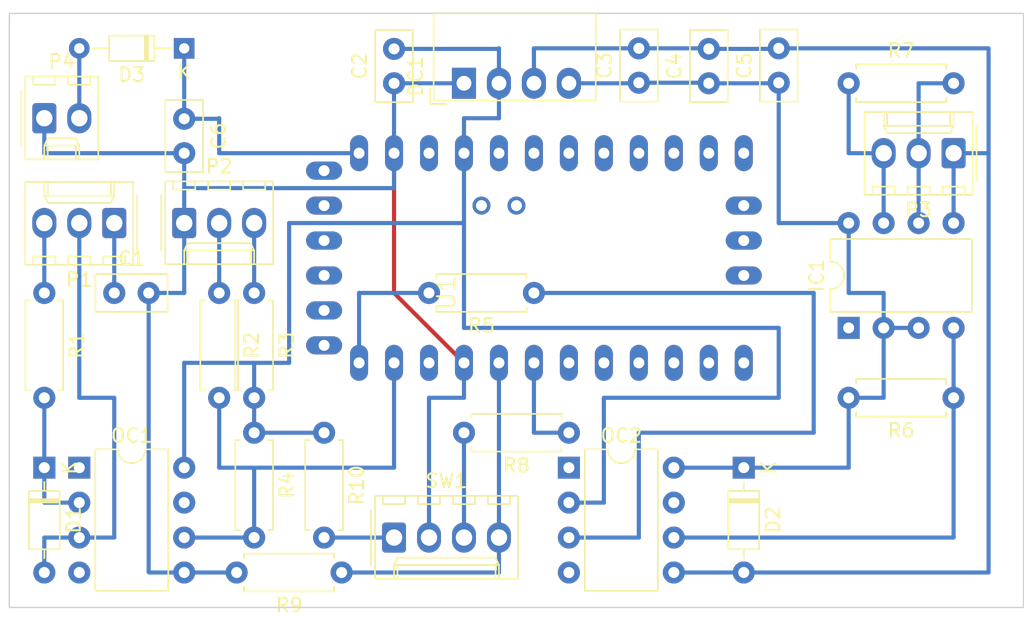
<source format=kicad_pcb>
(kicad_pcb (version 20221018) (generator pcbnew)
  (title_block (title "midi2dmx") (date "2023-11-21") (rev "1.0") (company "Christian Neukam"))
  (layers (0 "F.Cu" signal) (1 "In1.Cu" signal) (2 "In2.Cu" signal) (31 "B.Cu" signal) (34 "B.Paste" user) (35 "F.Paste" user) (36 "B.SilkS" user "B.Silkscreen") (37 "F.SilkS" user "F.Silkscreen") (38 "B.Mask" user) (39 "F.Mask" user) (44 "Edge.Cuts" user))
  (net 0 "")
  (net 1 "Net-(C1-Pad1)")
  (net 2 "GND")
  (net 3 "VCC")
  (net 4 "+5V")
  (net 5 "GND2")
  (net 6 "Net-(D3-K)")
  (net 7 "Net-(D1-K)")
  (net 8 "Net-(D1-A)")
  (net 9 "Net-(D3-A)")
  (net 11 "Net-(IC1-DI)")
  (net 12 "Net-(IC1-A)")
  (net 13 "Net-(IC1-B)")
  (net 15 "Net-(OC1-VO)")
  (net 18 "Net-(OC2-C)")
  (net 20 "Net-(P1-Pad4)")
  (net 21 "Net-(P2-Pad5)")
  (net 22 "Net-(P2-Pad4)")
  (net 23 "Net-(U1-TX0_D1)")
  (net 24 "Net-(U1-D3)")
  (net 25 "Net-(SW1-K)")
  (net 26 "Net-(SW1-A)")
  (net 27 "Net-(R10-Pad2)")
  (footprint "Diode_THT:D_DO-35_SOD27_P7.62mm_Horizontal" (layer "F.Cu") (at 66.04 149.86 -90)
    (fp_text reference "D1" (at 3.81 -2.12 90) (layer "F.SilkS"))
    (fp_text value "1N914")
    (fp_text user "K" (at 0 -1.8 90) (layer "F.SilkS"))
    (pad "1" thru_hole rect (at 0 0 270) (size 1.6 1.6) (drill 0.8) (layers "*.Cu" "*.Mask") (net 7 "Net-(D1-K)"))
    (pad "2" thru_hole oval (at 7.62 0 270) (size 1.6 1.6) (drill 0.8) (layers "*.Cu" "*.Mask") (net 8 "Net-(D1-A)"))
  )
  (footprint "Resistor_THT:R_Axial_DIN0207_L6.3mm_D2.5mm_P7.62mm_Horizontal" (layer "F.Cu") (at 86.36 147.32 -90)
    (fp_text reference "R10" (at 3.81 -2.37 90) (layer "F.SilkS"))
    (fp_text value "270")
    (pad "1" thru_hole circle (at 0 0 270) (size 1.6 1.6) (drill 0.8) (layers "*.Cu" "*.Mask") (net 3 "VCC"))
    (pad "2" thru_hole oval (at 7.62 0 270) (size 1.6 1.6) (drill 0.8) (layers "*.Cu" "*.Mask") (net 27 "Net-(R10-Pad2)"))
  )
  (footprint "Resistor_THT:R_Axial_DIN0207_L6.3mm_D2.5mm_P7.62mm_Horizontal" (layer "F.Cu") (at 101.6 137.16 180)
    (fp_text reference "R5" (at 3.81 -2.37) (layer "F.SilkS"))
    (fp_text value "470")
    (pad "1" thru_hole circle (at 0 0 180) (size 1.6 1.6) (drill 0.8) (layers "*.Cu" "*.Mask") (net 18 "Net-(OC2-C)"))
    (pad "2" thru_hole oval (at 7.62 0 180) (size 1.6 1.6) (drill 0.8) (layers "*.Cu" "*.Mask") (net 23 "Net-(U1-TX0_D1)"))
  )
  (footprint "Resistor_THT:R_Axial_DIN0207_L6.3mm_D2.5mm_P7.62mm_Horizontal" (layer "F.Cu") (at 132.08 144.78 180)
    (fp_text reference "R6" (at 3.81 -2.37) (layer "F.SilkS"))
    (fp_text value "4.7k")
    (pad "1" thru_hole circle (at 0 0 180) (size 1.6 1.6) (drill 0.8) (layers "*.Cu" "*.Mask") (net 11 "Net-(IC1-DI)"))
    (pad "2" thru_hole oval (at 7.62 0 180) (size 1.6 1.6) (drill 0.8) (layers "*.Cu" "*.Mask") (net 4 "+5V"))
  )
  (footprint "Converter_DCDC:Converter_DCDC_Murata_MEE1SxxxxSC_THT" (layer "F.Cu") (at 96.52 121.92 90)
    (fp_text reference "DC1" (at 0.5 -3.5 90) (layer "F.SilkS"))
    (fp_text value "NME0505SC")
    (pad "1" thru_hole rect (at 0 0) (size 1.75 2.25) (drill 1.075) (layers "*.Cu" "*.Mask") (net 2 "GND"))
    (pad "2" thru_hole oval (at 0 2.54) (size 1.75 2.25) (drill 1.075) (layers "*.Cu" "*.Mask") (net 3 "VCC"))
    (pad "3" thru_hole oval (at 0 5.08) (size 1.75 2.25) (drill 1.075) (layers "*.Cu" "*.Mask") (net 5 "GND2"))
    (pad "4" thru_hole oval (at 0 7.62) (size 1.75 2.25) (drill 1.075) (layers "*.Cu" "*.Mask") (net 4 "+5V"))
  )
  (footprint "Connector_Molex:Molex_KK-254_AE-6410-02A_1x02_P2.54mm_Vertical" (layer "F.Cu") (at 66.04 124.46)
    (fp_text reference "P4" (at 1.27 -4.12) (layer "F.SilkS"))
    (fp_text value "9V Power")
    (pad "1" thru_hole roundrect (at 0 0) (size 1.74 2.19) (drill 1.19) (layers "*.Cu" "*.Mask") (roundrect_rratio 0.1436781609) (net 2 "GND"))
    (pad "2" thru_hole oval (at 2.54 0) (size 1.74 2.19) (drill 1.19) (layers "*.Cu" "*.Mask") (net 9 "Net-(D3-A)"))
  )
  (footprint "Resistor_THT:R_Axial_DIN0207_L6.3mm_D2.5mm_P7.62mm_Horizontal" (layer "F.Cu") (at 81.28 147.32 -90)
    (fp_text reference "R4" (at 3.81 -2.37 90) (layer "F.SilkS"))
    (fp_text value "10k")
    (pad "1" thru_hole circle (at 0 0 270) (size 1.6 1.6) (drill 0.8) (layers "*.Cu" "*.Mask") (net 3 "VCC"))
    (pad "2" thru_hole oval (at 7.62 0 270) (size 1.6 1.6) (drill 0.8) (layers "*.Cu" "*.Mask") (net 15 "Net-(OC1-VO)"))
  )
  (footprint "Connector_Molex:Molex_KK-254_AE-6410-03A_1x03_P2.54mm_Vertical" (layer "F.Cu") (at 71.12 132.08 180)
    (fp_text reference "P1" (at 2.54 -4.12) (layer "F.SilkS"))
    (fp_text value "MIDI Input")
    (pad "1" thru_hole roundrect (at 0 0 180) (size 1.74 2.19) (drill 1.19) (layers "*.Cu" "*.Mask") (roundrect_rratio 0.1436781609) (net 1 "Net-(C1-Pad1)"))
    (pad "2" thru_hole oval (at 2.54 0 180) (size 1.74 2.19) (drill 1.19) (layers "*.Cu" "*.Mask") (net 8 "Net-(D1-A)"))
    (pad "3" thru_hole oval (at 5.08 0 180) (size 1.74 2.19) (drill 1.19) (layers "*.Cu" "*.Mask") (net 20 "Net-(P1-Pad4)"))
  )
  (footprint "Capacitor_THT:C_Disc_D5.0mm_W2.5mm_P2.50mm" (layer "F.Cu") (at 71.12 137.16)
    (fp_text reference "C1" (at 1.25 -2.5) (layer "F.SilkS"))
    (fp_text value "100n")
    (pad "1" thru_hole circle (at 0 0) (size 1.6 1.6) (drill 0.8) (layers "*.Cu" "*.Mask") (net 1 "Net-(C1-Pad1)"))
    (pad "2" thru_hole circle (at 2.5 0) (size 1.6 1.6) (drill 0.8) (layers "*.Cu" "*.Mask") (net 2 "GND"))
  )
  (footprint "Resistor_THT:R_Axial_DIN0207_L6.3mm_D2.5mm_P7.62mm_Horizontal" (layer "F.Cu") (at 81.28 137.16 -90)
    (fp_text reference "R3" (at 3.81 -2.37 90) (layer "F.SilkS"))
    (fp_text value "220")
    (pad "1" thru_hole circle (at 0 0 270) (size 1.6 1.6) (drill 0.8) (layers "*.Cu" "*.Mask") (net 22 "Net-(P2-Pad4)"))
    (pad "2" thru_hole oval (at 7.62 0 270) (size 1.6 1.6) (drill 0.8) (layers "*.Cu" "*.Mask") (net 3 "VCC"))
  )
  (footprint "Package_DIP:DIP-8_W7.62mm" (layer "F.Cu") (at 124.46 139.7 90)
    (fp_text reference "IC1" (at 3.81 -2.33 90) (layer "F.SilkS"))
    (fp_text value "MAX485E")
    (pad "1" thru_hole rect (at 0 0 90) (size 1.6 1.6) (drill 0.8) (layers "*.Cu" "*.Mask"))
    (pad "2" thru_hole oval (at 0 2.54 90) (size 1.6 1.6) (drill 0.8) (layers "*.Cu" "*.Mask") (net 4 "+5V"))
    (pad "3" thru_hole oval (at 0 5.08 90) (size 1.6 1.6) (drill 0.8) (layers "*.Cu" "*.Mask") (net 4 "+5V"))
    (pad "4" thru_hole oval (at 0 7.62 90) (size 1.6 1.6) (drill 0.8) (layers "*.Cu" "*.Mask") (net 11 "Net-(IC1-DI)"))
    (pad "5" thru_hole oval (at 7.62 7.62 90) (size 1.6 1.6) (drill 0.8) (layers "*.Cu" "*.Mask") (net 5 "GND2"))
    (pad "6" thru_hole oval (at 7.62 5.08 90) (size 1.6 1.6) (drill 0.8) (layers "*.Cu" "*.Mask") (net 12 "Net-(IC1-A)"))
    (pad "7" thru_hole oval (at 7.62 2.54 90) (size 1.6 1.6) (drill 0.8) (layers "*.Cu" "*.Mask") (net 13 "Net-(IC1-B)"))
    (pad "8" thru_hole oval (at 7.62 0 90) (size 1.6 1.6) (drill 0.8) (layers "*.Cu" "*.Mask") (net 4 "+5V"))
  )
  (footprint "Connector_Molex:Molex_KK-254_AE-6410-03A_1x03_P2.54mm_Vertical" (layer "F.Cu") (at 132.08 127 180)
    (fp_text reference "P3" (at 2.54 -4.12) (layer "F.SilkS"))
    (fp_text value "DMX Out")
    (pad "1" thru_hole roundrect (at 0 0 180) (size 1.74 2.19) (drill 1.19) (layers "*.Cu" "*.Mask") (roundrect_rratio 0.1436781609) (net 5 "GND2"))
    (pad "2" thru_hole oval (at 2.54 0 180) (size 1.74 2.19) (drill 1.19) (layers "*.Cu" "*.Mask") (net 12 "Net-(IC1-A)"))
    (pad "3" thru_hole oval (at 5.08 0 180) (size 1.74 2.19) (drill 1.19) (layers "*.Cu" "*.Mask") (net 13 "Net-(IC1-B)"))
  )
  (footprint "Capacitor_THT:C_Disc_D5.0mm_W2.5mm_P2.50mm" (layer "F.Cu") (at 119.38 121.88 90)
    (fp_text reference "C5" (at 1.25 -2.5 90) (layer "F.SilkS"))
    (fp_text value "100n")
    (pad "1" thru_hole circle (at 0 0 90) (size 1.6 1.6) (drill 0.8) (layers "*.Cu" "*.Mask") (net 4 "+5V"))
    (pad "2" thru_hole circle (at 2.5 0 90) (size 1.6 1.6) (drill 0.8) (layers "*.Cu" "*.Mask") (net 5 "GND2"))
  )
  (footprint "Capacitor_THT:C_Disc_D5.0mm_W2.5mm_P2.50mm" (layer "F.Cu") (at 76.2 124.5 -90)
    (fp_text reference "C6" (at 1.25 -2.5 90) (layer "F.SilkS"))
    (fp_text value "100n")
    (pad "1" thru_hole circle (at 0 0 270) (size 1.6 1.6) (drill 0.8) (layers "*.Cu" "*.Mask") (net 6 "Net-(D3-K)"))
    (pad "2" thru_hole circle (at 2.5 0 270) (size 1.6 1.6) (drill 0.8) (layers "*.Cu" "*.Mask") (net 2 "GND"))
  )
  (footprint "Package_DIP:DIP-8_W7.62mm" (layer "F.Cu") (at 68.58 149.86)
    (fp_text reference "OC1" (at 3.81 -2.33) (layer "F.SilkS"))
    (fp_text value "6N137")
    (pad "1" thru_hole rect (at 0 0) (size 1.6 1.6) (drill 0.8) (layers "*.Cu" "*.Mask"))
    (pad "2" thru_hole oval (at 0 2.54) (size 1.6 1.6) (drill 0.8) (layers "*.Cu" "*.Mask") (net 7 "Net-(D1-K)"))
    (pad "3" thru_hole oval (at 0 5.08) (size 1.6 1.6) (drill 0.8) (layers "*.Cu" "*.Mask") (net 8 "Net-(D1-A)"))
    (pad "4" thru_hole oval (at 0 7.62) (size 1.6 1.6) (drill 0.8) (layers "*.Cu" "*.Mask"))
    (pad "5" thru_hole oval (at 7.62 7.62) (size 1.6 1.6) (drill 0.8) (layers "*.Cu" "*.Mask") (net 2 "GND"))
    (pad "6" thru_hole oval (at 7.62 5.08) (size 1.6 1.6) (drill 0.8) (layers "*.Cu" "*.Mask") (net 15 "Net-(OC1-VO)"))
    (pad "7" thru_hole oval (at 7.62 2.54) (size 1.6 1.6) (drill 0.8) (layers "*.Cu" "*.Mask"))
    (pad "8" thru_hole oval (at 7.62 0) (size 1.6 1.6) (drill 0.8) (layers "*.Cu" "*.Mask") (net 3 "VCC"))
  )
  (footprint "Resistor_THT:R_Axial_DIN0207_L6.3mm_D2.5mm_P7.62mm_Horizontal" (layer "F.Cu") (at 66.04 137.16 -90)
    (fp_text reference "R1" (at 3.81 -2.37 90) (layer "F.SilkS"))
    (fp_text value "220")
    (pad "1" thru_hole circle (at 0 0 270) (size 1.6 1.6) (drill 0.8) (layers "*.Cu" "*.Mask") (net 20 "Net-(P1-Pad4)"))
    (pad "2" thru_hole oval (at 7.62 0 270) (size 1.6 1.6) (drill 0.8) (layers "*.Cu" "*.Mask") (net 7 "Net-(D1-K)"))
  )
  (footprint "Connector_Molex:Molex_KK-254_AE-6410-03A_1x03_P2.54mm_Vertical" (layer "F.Cu") (at 76.2 132.08)
    (fp_text reference "P2" (at 2.54 -4.12) (layer "F.SilkS"))
    (fp_text value "MIDI Through")
    (pad "1" thru_hole roundrect (at 0 0) (size 1.74 2.19) (drill 1.19) (layers "*.Cu" "*.Mask") (roundrect_rratio 0.1436781609) (net 2 "GND"))
    (pad "2" thru_hole oval (at 2.54 0) (size 1.74 2.19) (drill 1.19) (layers "*.Cu" "*.Mask") (net 21 "Net-(P2-Pad5)"))
    (pad "3" thru_hole oval (at 5.08 0) (size 1.74 2.19) (drill 1.19) (layers "*.Cu" "*.Mask") (net 22 "Net-(P2-Pad4)"))
  )
  (footprint "Diode_THT:D_DO-34_SOD68_P7.62mm_Horizontal" (layer "F.Cu") (at 76.2 119.38 180)
    (fp_text reference "D3" (at 3.81 -1.92) (layer "F.SilkS"))
    (fp_text value "1N5818")
    (fp_text user "K" (at 0 -1.75) (layer "F.SilkS"))
    (pad "1" thru_hole rect (at 0 0 180) (size 1.5 1.5) (drill 0.75) (layers "*.Cu" "*.Mask") (net 6 "Net-(D3-K)"))
    (pad "2" thru_hole oval (at 7.62 0 180) (size 1.5 1.5) (drill 0.75) (layers "*.Cu" "*.Mask") (net 9 "Net-(D3-A)"))
  )
  (footprint "Resistor_THT:R_Axial_DIN0207_L6.3mm_D2.5mm_P7.62mm_Horizontal" (layer "F.Cu") (at 124.46 121.92)
    (fp_text reference "R7" (at 3.81 -2.37) (layer "F.SilkS"))
    (fp_text value "120")
    (pad "1" thru_hole circle (at 0 0) (size 1.6 1.6) (drill 0.8) (layers "*.Cu" "*.Mask") (net 13 "Net-(IC1-B)"))
    (pad "2" thru_hole oval (at 7.62 0) (size 1.6 1.6) (drill 0.8) (layers "*.Cu" "*.Mask") (net 12 "Net-(IC1-A)"))
  )
  (footprint "Connector_Molex:Molex_KK-254_AE-6410-04A_1x04_P2.54mm_Vertical" (layer "F.Cu") (at 91.44 154.94)
    (fp_text reference "SW1" (at 3.81 -4.12) (layer "F.SilkS"))
    (fp_text value "SW_LED_blue")
    (pad "1" thru_hole roundrect (at 0 0) (size 1.74 2.19) (drill 1.19) (layers "*.Cu" "*.Mask") (roundrect_rratio 0.1436781609) (net 27 "Net-(R10-Pad2)"))
    (pad "2" thru_hole oval (at 2.54 0) (size 1.74 2.19) (drill 1.19) (layers "*.Cu" "*.Mask") (net 2 "GND"))
    (pad "3" thru_hole oval (at 5.08 0) (size 1.74 2.19) (drill 1.19) (layers "*.Cu" "*.Mask") (net 25 "Net-(SW1-K)"))
    (pad "4" thru_hole oval (at 7.62 0) (size 1.74 2.19) (drill 1.19) (layers "*.Cu" "*.Mask") (net 26 "Net-(SW1-A)"))
  )
  (footprint "Arduino-clone:ABK-PRO-MINI" (layer "F.Cu") (at 95.25 137.16 90)
    (fp_text reference "U1" (at 0 0 90) (layer "F.SilkS") (effects (font (size 1.27 1.27))))
    (fp_text value "ProMini")
    (pad "A0" thru_hole oval (at 10.16 3.81 270) (size 2.616 1.308) (drill 0.8) (layers "*.Cu" "*.Mask"))
    (pad "A1" thru_hole oval (at 10.16 6.35 270) (size 2.616 1.308) (drill 0.8) (layers "*.Cu" "*.Mask"))
    (pad "A2" thru_hole oval (at 10.16 8.89 270) (size 2.616 1.308) (drill 0.8) (layers "*.Cu" "*.Mask"))
    (pad "A3" thru_hole oval (at 10.16 11.43 270) (size 2.616 1.308) (drill 0.8) (layers "*.Cu" "*.Mask"))
    (pad "A4" thru_hole circle (at 6.35 5.08) (size 1.308 1.308) (drill 0.8) (layers "*.Cu" "*.Mask"))
    (pad "A5" thru_hole circle (at 6.35 2.54) (size 1.308 1.308) (drill 0.8) (layers "*.Cu" "*.Mask"))
    (pad "A6" thru_hole oval (at 3.81 21.59) (size 2.616 1.308) (drill 0.8) (layers "*.Cu" "*.Mask"))
    (pad "A7" thru_hole oval (at 6.35 21.59) (size 2.616 1.308) (drill 0.8) (layers "*.Cu" "*.Mask"))
    (pad "D2" thru_hole oval (at -5.08 3.81 270) (size 2.616 1.308) (drill 0.8) (layers "*.Cu" "*.Mask") (net 26 "Net-(SW1-A)"))
    (pad "D3" thru_hole oval (at -5.08 6.35 270) (size 2.616 1.308) (drill 0.8) (layers "*.Cu" "*.Mask") (net 24 "Net-(U1-D3)"))
    (pad "D4" thru_hole oval (at -5.08 8.89 270) (size 2.616 1.308) (drill 0.8) (layers "*.Cu" "*.Mask"))
    (pad "D5" thru_hole oval (at -5.08 11.43 270) (size 2.616 1.308) (drill 0.8) (layers "*.Cu" "*.Mask"))
    (pad "D6" thru_hole oval (at -5.08 13.97 270) (size 2.616 1.308) (drill 0.8) (layers "*.Cu" "*.Mask"))
    (pad "D7" thru_hole oval (at -5.08 16.51 270) (size 2.616 1.308) (drill 0.8) (layers "*.Cu" "*.Mask"))
    (pad "D8" thru_hole oval (at -5.08 19.05 270) (size 2.616 1.308) (drill 0.8) (layers "*.Cu" "*.Mask"))
    (pad "D9" thru_hole oval (at -5.08 21.59 270) (size 2.616 1.308) (drill 0.8) (layers "*.Cu" "*.Mask"))
    (pad "D10" thru_hole oval (at 10.16 21.59 270) (size 2.616 1.308) (drill 0.8) (layers "*.Cu" "*.Mask"))
    (pad "D11" thru_hole oval (at 10.16 19.05 270) (size 2.616 1.308) (drill 0.8) (layers "*.Cu" "*.Mask"))
    (pad "D12" thru_hole oval (at 10.16 16.51 270) (size 2.616 1.308) (drill 0.8) (layers "*.Cu" "*.Mask"))
    (pad "D13" thru_hole oval (at 10.16 13.97 270) (size 2.616 1.308) (drill 0.8) (layers "*.Cu" "*.Mask"))
    (pad "DTR" thru_hole oval (at 8.89 -8.89 180) (size 2.616 1.308) (drill 0.8) (layers "*.Cu" "*.Mask"))
    (pad "GND" thru_hole oval (at 10.16 -3.81 270) (size 2.616 1.308) (drill 0.8) (layers "*.Cu" "*.Mask") (net 2 "GND"))
    (pad "GND1" thru_hole oval (at -5.08 1.27 270) (size 2.616 1.308) (drill 0.8) (layers "*.Cu" "F.Mask") (net 2 "GND"))
    (pad "GND2" thru_hole oval (at -3.81 -8.89 180) (size 2.616 1.308) (drill 0.8) (layers "*.Cu" "*.Mask"))
    (pad "GND3" thru_hole oval (at -1.27 -8.89 180) (size 2.616 1.308) (drill 0.8) (layers "*.Cu" "*.Mask"))
    (pad "GND4" thru_hole oval (at 1.27 21.59) (size 2.616 1.308) (drill 0.8) (layers "*.Cu" "*.Mask"))
    (pad "RAW" thru_hole oval (at 10.16 -6.35 270) (size 2.616 1.308) (drill 0.8) (layers "*.Cu" "*.Mask") (net 6 "Net-(D3-K)"))
    (pad "RST" thru_hole oval (at 10.16 -1.27 270) (size 2.616 1.308) (drill 0.8) (layers "*.Cu" "*.Mask"))
    (pad "RST1" thru_hole oval (at -5.08 -1.27 270) (size 2.616 1.308) (drill 0.8) (layers "*.Cu" "*.Mask"))
    (pad "RX1" thru_hole oval (at -5.08 -3.81 270) (size 2.616 1.308) (drill 0.8) (layers "*.Cu" "*.Mask") (net 15 "Net-(OC1-VO)"))
    (pad "RX1-1" thru_hole oval (at 3.81 -8.89 180) (size 2.616 1.308) (drill 0.8) (layers "*.Cu" "*.Mask"))
    (pad "TX0" thru_hole oval (at -5.08 -6.35 270) (size 2.616 1.308) (drill 0.8) (layers "*.Cu" "*.Mask") (net 23 "Net-(U1-TX0_D1)"))
    (pad "TX0-1" thru_hole oval (at 6.35 -8.89 180) (size 2.616 1.308) (drill 0.8) (layers "*.Cu" "*.Mask"))
    (pad "VCC" thru_hole oval (at 10.16 1.27 270) (size 2.616 1.308) (drill 0.8) (layers "*.Cu" "*.Mask") (net 3 "VCC"))
    (pad "VCC1" thru_hole oval (at 1.27 -8.89 180) (size 2.616 1.308) (drill 0.8) (layers "*.Cu" "*.Mask"))
  )
  (footprint "Resistor_THT:R_Axial_DIN0207_L6.3mm_D2.5mm_P7.62mm_Horizontal" (layer "F.Cu") (at 78.74 137.16 -90)
    (fp_text reference "R2" (at 3.81 -2.37 90) (layer "F.SilkS"))
    (fp_text value "220")
    (pad "1" thru_hole circle (at 0 0 270) (size 1.6 1.6) (drill 0.8) (layers "*.Cu" "*.Mask") (net 21 "Net-(P2-Pad5)"))
    (pad "2" thru_hole oval (at 7.62 0 270) (size 1.6 1.6) (drill 0.8) (layers "*.Cu" "*.Mask") (net 15 "Net-(OC1-VO)"))
  )
  (footprint "Capacitor_THT:C_Disc_D5.0mm_W2.5mm_P2.50mm" (layer "F.Cu") (at 91.44 121.92 90)
    (fp_text reference "C2" (at 1.25 -2.5 90) (layer "F.SilkS"))
    (fp_text value "100n")
    (pad "1" thru_hole circle (at 0 0 90) (size 1.6 1.6) (drill 0.8) (layers "*.Cu" "*.Mask") (net 2 "GND"))
    (pad "2" thru_hole circle (at 2.5 0 90) (size 1.6 1.6) (drill 0.8) (layers "*.Cu" "*.Mask") (net 3 "VCC"))
  )
  (footprint "Resistor_THT:R_Axial_DIN0207_L6.3mm_D2.5mm_P7.62mm_Horizontal" (layer "F.Cu") (at 104.14 147.32 180)
    (fp_text reference "R8" (at 3.81 -2.37) (layer "F.SilkS"))
    (fp_text value "91")
    (pad "1" thru_hole circle (at 0 0 180) (size 1.6 1.6) (drill 0.8) (layers "*.Cu" "*.Mask") (net 24 "Net-(U1-D3)"))
    (pad "2" thru_hole oval (at 7.62 0 180) (size 1.6 1.6) (drill 0.8) (layers "*.Cu" "*.Mask") (net 25 "Net-(SW1-K)"))
  )
  (footprint "Capacitor_THT:C_Disc_D5.0mm_W2.5mm_P2.50mm" (layer "F.Cu") (at 109.22 121.88 90)
    (fp_text reference "C3" (at 1.25 -2.5 90) (layer "F.SilkS"))
    (fp_text value "100n")
    (pad "1" thru_hole circle (at 0 0 90) (size 1.6 1.6) (drill 0.8) (layers "*.Cu" "*.Mask") (net 4 "+5V"))
    (pad "2" thru_hole circle (at 2.5 0 90) (size 1.6 1.6) (drill 0.8) (layers "*.Cu" "*.Mask") (net 5 "GND2"))
  )
  (footprint "Diode_THT:D_DO-35_SOD27_P7.62mm_Horizontal" (layer "F.Cu") (at 116.84 149.86 -90)
    (fp_text reference "D2" (at 3.81 -2.12 90) (layer "F.SilkS"))
    (fp_text value "1N914")
    (fp_text user "K" (at 0 -1.8 90) (layer "F.SilkS"))
    (pad "1" thru_hole rect (at 0 0 270) (size 1.6 1.6) (drill 0.8) (layers "*.Cu" "*.Mask") (net 4 "+5V"))
    (pad "2" thru_hole oval (at 7.62 0 270) (size 1.6 1.6) (drill 0.8) (layers "*.Cu" "*.Mask") (net 5 "GND2"))
  )
  (footprint "Package_DIP:DIP-8_W7.62mm" (layer "F.Cu") (at 104.14 149.86)
    (fp_text reference "OC2" (at 3.81 -2.33) (layer "F.SilkS"))
    (fp_text value "6N137")
    (pad "1" thru_hole rect (at 0 0) (size 1.6 1.6) (drill 0.8) (layers "*.Cu" "*.Mask"))
    (pad "2" thru_hole oval (at 0 2.54) (size 1.6 1.6) (drill 0.8) (layers "*.Cu" "*.Mask") (net 3 "VCC"))
    (pad "3" thru_hole oval (at 0 5.08) (size 1.6 1.6) (drill 0.8) (layers "*.Cu" "*.Mask") (net 18 "Net-(OC2-C)"))
    (pad "4" thru_hole oval (at 0 7.62) (size 1.6 1.6) (drill 0.8) (layers "*.Cu" "*.Mask"))
    (pad "5" thru_hole oval (at 7.62 7.62) (size 1.6 1.6) (drill 0.8) (layers "*.Cu" "*.Mask") (net 5 "GND2"))
    (pad "6" thru_hole oval (at 7.62 5.08) (size 1.6 1.6) (drill 0.8) (layers "*.Cu" "*.Mask") (net 11 "Net-(IC1-DI)"))
    (pad "7" thru_hole oval (at 7.62 2.54) (size 1.6 1.6) (drill 0.8) (layers "*.Cu" "*.Mask"))
    (pad "8" thru_hole oval (at 7.62 0) (size 1.6 1.6) (drill 0.8) (layers "*.Cu" "*.Mask") (net 4 "+5V"))
  )
  (footprint "Resistor_THT:R_Axial_DIN0207_L6.3mm_D2.5mm_P7.62mm_Horizontal" (layer "F.Cu") (at 87.63 157.48 180)
    (fp_text reference "R9" (at 3.81 -2.37) (layer "F.SilkS"))
    (fp_text value "100K")
    (pad "1" thru_hole circle (at 0 0 180) (size 1.6 1.6) (drill 0.8) (layers "*.Cu" "*.Mask") (net 26 "Net-(SW1-A)"))
    (pad "2" thru_hole oval (at 7.62 0 180) (size 1.6 1.6) (drill 0.8) (layers "*.Cu" "*.Mask") (net 2 "GND"))
  )
  (footprint "Capacitor_THT:C_Disc_D5.0mm_W2.5mm_P2.50mm" (layer "F.Cu") (at 114.3 121.92 90)
    (fp_text reference "C4" (at 1.25 -2.5 90) (layer "F.SilkS"))
    (fp_text value "100n")
    (pad "1" thru_hole circle (at 0 0 90) (size 1.6 1.6) (drill 0.8) (layers "*.Cu" "*.Mask") (net 4 "+5V"))
    (pad "2" thru_hole circle (at 2.5 0 90) (size 1.6 1.6) (drill 0.8) (layers "*.Cu" "*.Mask") (net 5 "GND2"))
  )
  (gr_rect (start 63.5 116.84) (end 137.16 160.02) (stroke (width 0.1)) (fill none) (layer "Edge.Cuts"))
  (segment (start 71.12 132.08) (end 71.12 137.16) (width 0.3) (layer "B.Cu") (net 1))
  (segment (start 91.44 137.16) (end 96.52 142.24) (width 0.3) (layer "F.Cu") (net 2))
  (segment (start 91.44 127) (end 91.44 137.16) (width 0.3) (layer "F.Cu") (net 2))
  (segment (start 91.44 121.92) (end 91.44 127) (width 0.3) (layer "B.Cu") (net 2))
  (segment (start 76.2 137.16) (end 73.62 137.16) (width 0.3) (layer "B.Cu") (net 2))
  (segment (start 96.52 144.78) (end 96.52 142.24) (width 0.3) (layer "B.Cu") (net 2))
  (segment (start 91.44 127) (end 91.44 129.54) (width 0.3) (layer "B.Cu") (net 2))
  (segment (start 76.2 129.54) (end 76.2 132.08) (width 0.3) (layer "B.Cu") (net 2))
  (segment (start 66.04 124.46) (end 66.04 127) (width 0.3) (layer "B.Cu") (net 2))
  (segment (start 73.66 157.48) (end 73.62 157.44) (width 0.3) (layer "B.Cu") (net 2))
  (segment (start 93.98 144.78) (end 96.52 144.78) (width 0.3) (layer "B.Cu") (net 2))
  (segment (start 76.2 137.16) (end 76.2 132.08) (width 0.3) (layer "B.Cu") (net 2))
  (segment (start 73.62 157.44) (end 73.62 137.16) (width 0.3) (layer "B.Cu") (net 2))
  (segment (start 76.2 157.48) (end 73.66 157.48) (width 0.3) (layer "B.Cu") (net 2))
  (segment (start 76.2 157.48) (end 80.01 157.48) (width 0.3) (layer "B.Cu") (net 2))
  (segment (start 93.98 154.94) (end 93.98 144.78) (width 0.3) (layer "B.Cu") (net 2))
  (segment (start 91.48 126.96) (end 91.44 127) (width 0.3) (layer "B.Cu") (net 2))
  (segment (start 76.2 127) (end 76.2 129.54) (width 0.3) (layer "B.Cu") (net 2))
  (segment (start 96.52 121.92) (end 91.44 121.92) (width 0.3) (layer "B.Cu") (net 2))
  (segment (start 76.2 127) (end 66.04 127) (width 0.3) (layer "B.Cu") (net 2))
  (segment (start 91.44 129.54) (end 76.2 129.54) (width 0.3) (layer "B.Cu") (net 2))
  (segment (start 99.06 124.46) (end 96.52 124.46) (width 0.3) (layer "B.Cu") (net 3))
  (segment (start 83.82 142.24) (end 81.28 142.24) (width 0.3) (layer "B.Cu") (net 3))
  (segment (start 104.14 152.4) (end 106.68 152.4) (width 0.3) (layer "B.Cu") (net 3))
  (segment (start 91.44 119.42) (end 99.02 119.42) (width 0.3) (layer "B.Cu") (net 3))
  (segment (start 81.28 144.78) (end 81.28 147.32) (width 0.3) (layer "B.Cu") (net 3))
  (segment (start 76.2 142.24) (end 76.2 149.86) (width 0.3) (layer "B.Cu") (net 3))
  (segment (start 96.52 132.08) (end 83.82 132.08) (width 0.3) (layer "B.Cu") (net 3))
  (segment (start 96.52 124.46) (end 96.52 127) (width 0.3) (layer "B.Cu") (net 3))
  (segment (start 83.82 132.08) (end 83.82 142.24) (width 0.3) (layer "B.Cu") (net 3))
  (segment (start 86.36 147.32) (end 81.28 147.32) (width 0.3) (layer "B.Cu") (net 3))
  (segment (start 119.38 139.7) (end 96.52 139.7) (width 0.3) (layer "B.Cu") (net 3))
  (segment (start 96.52 139.7) (end 96.52 132.08) (width 0.3) (layer "B.Cu") (net 3))
  (segment (start 99.02 119.42) (end 99.06 119.38) (width 0.3) (layer "B.Cu") (net 3))
  (segment (start 99.06 119.38) (end 99.06 121.92) (width 0.3) (layer "B.Cu") (net 3))
  (segment (start 106.68 152.4) (end 106.68 144.78) (width 0.3) (layer "B.Cu") (net 3))
  (segment (start 99.06 121.92) (end 99.06 124.46) (width 0.3) (layer "B.Cu") (net 3))
  (segment (start 119.38 144.78) (end 119.38 139.7) (width 0.3) (layer "B.Cu") (net 3))
  (segment (start 81.28 144.78) (end 81.28 142.24) (width 0.3) (layer "B.Cu") (net 3))
  (segment (start 106.68 144.78) (end 119.38 144.78) (width 0.3) (layer "B.Cu") (net 3))
  (segment (start 96.52 127) (end 96.52 132.08) (width 0.3) (layer "B.Cu") (net 3))
  (segment (start 81.28 142.24) (end 76.2 142.24) (width 0.3) (layer "B.Cu") (net 3))
  (segment (start 124.46 149.86) (end 116.84 149.86) (width 0.3) (layer "B.Cu") (net 4))
  (segment (start 109.22 121.88) (end 114.26 121.88) (width 0.3) (layer "B.Cu") (net 4))
  (segment (start 104.14 121.92) (end 109.18 121.92) (width 0.3) (layer "B.Cu") (net 4))
  (segment (start 114.3 121.92) (end 119.34 121.92) (width 0.3) (layer "B.Cu") (net 4))
  (segment (start 114.26 121.88) (end 114.3 121.92) (width 0.3) (layer "B.Cu") (net 4))
  (segment (start 124.46 132.08) (end 124.46 137.16) (width 0.3) (layer "B.Cu") (net 4))
  (segment (start 127 139.7) (end 127 144.78) (width 0.3) (layer "B.Cu") (net 4))
  (segment (start 119.38 132.08) (end 124.46 132.08) (width 0.3) (layer "B.Cu") (net 4))
  (segment (start 127 144.78) (end 124.46 144.78) (width 0.3) (layer "B.Cu") (net 4))
  (segment (start 124.46 144.78) (end 124.46 149.86) (width 0.3) (layer "B.Cu") (net 4))
  (segment (start 111.76 149.86) (end 116.84 149.86) (width 0.3) (layer "B.Cu") (net 4))
  (segment (start 124.46 137.16) (end 127 137.16) (width 0.3) (layer "B.Cu") (net 4))
  (segment (start 127 137.16) (end 127 139.7) (width 0.3) (layer "B.Cu") (net 4))
  (segment (start 109.18 121.92) (end 109.22 121.88) (width 0.3) (layer "B.Cu") (net 4))
  (segment (start 119.38 121.88) (end 119.38 132.08) (width 0.3) (layer "B.Cu") (net 4))
  (segment (start 119.34 121.92) (end 119.38 121.88) (width 0.3) (layer "B.Cu") (net 4))
  (segment (start 127 139.7) (end 129.54 139.7) (width 0.3) (layer "B.Cu") (net 4))
  (segment (start 109.22 119.38) (end 114.26 119.38) (width 0.3) (layer "B.Cu") (net 5))
  (segment (start 114.26 119.38) (end 114.3 119.42) (width 0.3) (layer "B.Cu") (net 5))
  (segment (start 134.62 157.48) (end 134.62 127) (width 0.3) (layer "B.Cu") (net 5))
  (segment (start 116.84 157.48) (end 111.76 157.48) (width 0.3) (layer "B.Cu") (net 5))
  (segment (start 134.62 119.38) (end 134.62 127) (width 0.3) (layer "B.Cu") (net 5))
  (segment (start 119.34 119.42) (end 119.38 119.38) (width 0.3) (layer "B.Cu") (net 5))
  (segment (start 116.84 157.48) (end 134.62 157.48) (width 0.3) (layer "B.Cu") (net 5))
  (segment (start 119.38 119.38) (end 134.62 119.38) (width 0.3) (layer "B.Cu") (net 5))
  (segment (start 101.6 119.38) (end 109.22 119.38) (width 0.3) (layer "B.Cu") (net 5))
  (segment (start 114.3 119.42) (end 119.34 119.42) (width 0.3) (layer "B.Cu") (net 5))
  (segment (start 101.6 121.92) (end 101.6 119.38) (width 0.3) (layer "B.Cu") (net 5))
  (segment (start 134.62 127) (end 132.08 127) (width 0.3) (layer "B.Cu") (net 5))
  (segment (start 132.08 127) (end 132.08 132.08) (width 0.3) (layer "B.Cu") (net 5))
  (segment (start 76.2 124.5) (end 78.7 124.5) (width 0.3) (layer "B.Cu") (net 6))
  (segment (start 78.74 127) (end 88.9 127) (width 0.3) (layer "B.Cu") (net 6))
  (segment (start 78.74 124.46) (end 78.74 127) (width 0.3) (layer "B.Cu") (net 6))
  (segment (start 78.7 124.5) (end 78.74 124.46) (width 0.3) (layer "B.Cu") (net 6))
  (segment (start 76.2 119.38) (end 76.2 124.5) (width 0.3) (layer "B.Cu") (net 6))
  (segment (start 66.04 144.78) (end 66.04 149.86) (width 0.3) (layer "B.Cu") (net 7))
  (segment (start 66.04 149.86) (end 66.04 152.4) (width 0.3) (layer "B.Cu") (net 7))
  (segment (start 66.04 152.4) (end 68.58 152.4) (width 0.3) (layer "B.Cu") (net 7))
  (segment (start 71.12 154.94) (end 71.12 144.78) (width 0.3) (layer "B.Cu") (net 8))
  (segment (start 68.58 144.78) (end 68.58 132.08) (width 0.3) (layer "B.Cu") (net 8))
  (segment (start 66.04 154.94) (end 68.58 154.94) (width 0.3) (layer "B.Cu") (net 8))
  (segment (start 71.12 144.78) (end 68.58 144.78) (width 0.3) (layer "B.Cu") (net 8))
  (segment (start 66.04 157.48) (end 66.04 154.94) (width 0.3) (layer "B.Cu") (net 8))
  (segment (start 68.58 154.94) (end 71.12 154.94) (width 0.3) (layer "B.Cu") (net 8))
  (segment (start 68.58 124.46) (end 68.58 119.38) (width 0.3) (layer "B.Cu") (net 9))
  (segment (start 132.08 154.94) (end 132.08 144.78) (width 0.3) (layer "B.Cu") (net 11))
  (segment (start 111.76 154.94) (end 132.08 154.94) (width 0.3) (layer "B.Cu") (net 11))
  (segment (start 132.08 139.7) (end 132.08 144.78) (width 0.3) (layer "B.Cu") (net 11))
  (segment (start 129.54 121.92) (end 129.54 127) (width 0.3) (layer "B.Cu") (net 12))
  (segment (start 132.08 121.92) (end 129.54 121.92) (width 0.3) (layer "B.Cu") (net 12))
  (segment (start 129.54 127) (end 129.54 132.08) (width 0.3) (layer "B.Cu") (net 12))
  (segment (start 127 127) (end 124.46 127) (width 0.3) (layer "B.Cu") (net 13))
  (segment (start 124.46 127) (end 124.46 121.92) (width 0.3) (layer "B.Cu") (net 13))
  (segment (start 127 127) (end 127 132.08) (width 0.3) (layer "B.Cu") (net 13))
  (segment (start 81.28 149.86) (end 81.28 154.94) (width 0.3) (layer "B.Cu") (net 15))
  (segment (start 91.44 149.86) (end 81.28 149.86) (width 0.3) (layer "B.Cu") (net 15))
  (segment (start 91.44 142.24) (end 91.44 149.86) (width 0.3) (layer "B.Cu") (net 15))
  (segment (start 78.74 154.94) (end 76.2 154.94) (width 0.3) (layer "B.Cu") (net 15))
  (segment (start 81.28 149.86) (end 78.74 149.86) (width 0.3) (layer "B.Cu") (net 15))
  (segment (start 78.74 144.78) (end 78.74 149.86) (width 0.3) (layer "B.Cu") (net 15))
  (segment (start 81.28 154.94) (end 78.74 154.94) (width 0.3) (layer "B.Cu") (net 15))
  (segment (start 101.6 137.16) (end 121.92 137.16) (width 0.3) (layer "B.Cu") (net 18))
  (segment (start 104.14 154.94) (end 109.22 154.94) (width 0.3) (layer "B.Cu") (net 18))
  (segment (start 121.92 147.32) (end 121.92 137.16) (width 0.3) (layer "B.Cu") (net 18))
  (segment (start 109.22 154.94) (end 109.22 147.32) (width 0.3) (layer "B.Cu") (net 18))
  (segment (start 109.22 147.32) (end 121.92 147.32) (width 0.3) (layer "B.Cu") (net 18))
  (segment (start 66.04 132.08) (end 66.04 137.16) (width 0.3) (layer "B.Cu") (net 20))
  (segment (start 78.74 132.08) (end 78.74 137.16) (width 0.3) (layer "B.Cu") (net 21))
  (segment (start 81.28 132.08) (end 81.28 137.16) (width 0.3) (layer "B.Cu") (net 22))
  (segment (start 88.9 142.24) (end 88.9 137.16) (width 0.3) (layer "B.Cu") (net 23))
  (segment (start 88.9 137.16) (end 93.98 137.16) (width 0.3) (layer "B.Cu") (net 23))
  (segment (start 104.14 147.32) (end 101.6 147.32) (width 0.3) (layer "B.Cu") (net 24))
  (segment (start 101.6 147.32) (end 101.6 142.24) (width 0.3) (layer "B.Cu") (net 24))
  (segment (start 96.52 147.32) (end 96.52 154.94) (width 0.3) (layer "B.Cu") (net 25))
  (segment (start 99.06 154.94) (end 99.06 157.48) (width 0.3) (layer "B.Cu") (net 26))
  (segment (start 87.63 157.48) (end 99.06 157.48) (width 0.3) (layer "B.Cu") (net 26))
  (segment (start 99.06 154.94) (end 99.06 142.24) (width 0.3) (layer "B.Cu") (net 26))
  (segment (start 91.44 154.94) (end 86.36 154.94) (width 0.3) (layer "B.Cu") (net 27))
)
</source>
